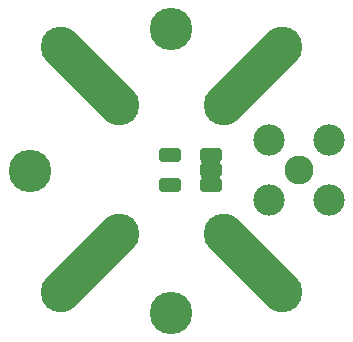
<source format=gbr>
G04 #@! TF.GenerationSoftware,KiCad,Pcbnew,(5.99.0-6591-gee6c8b60ac)*
G04 #@! TF.CreationDate,2020-11-10T06:43:54+01:00*
G04 #@! TF.ProjectId,QFHBAL01,51464842-414c-4303-912e-6b696361645f,rev?*
G04 #@! TF.SameCoordinates,Original*
G04 #@! TF.FileFunction,Soldermask,Top*
G04 #@! TF.FilePolarity,Negative*
%FSLAX46Y46*%
G04 Gerber Fmt 4.6, Leading zero omitted, Abs format (unit mm)*
G04 Created by KiCad (PCBNEW (5.99.0-6591-gee6c8b60ac)) date 2020-11-10 06:43:54*
%MOMM*%
%LPD*%
G01*
G04 APERTURE LIST*
G04 Aperture macros list*
%AMRoundRect*
0 Rectangle with rounded corners*
0 $1 Rounding radius*
0 $2 $3 $4 $5 $6 $7 $8 $9 X,Y pos of 4 corners*
0 Add a 4 corners polygon primitive as box body*
4,1,4,$2,$3,$4,$5,$6,$7,$8,$9,$2,$3,0*
0 Add four circle primitives for the rounded corners*
1,1,$1+$1,$2,$3,0*
1,1,$1+$1,$4,$5,0*
1,1,$1+$1,$6,$7,0*
1,1,$1+$1,$8,$9,0*
0 Add four rect primitives between the rounded corners*
20,1,$1+$1,$2,$3,$4,$5,0*
20,1,$1+$1,$4,$5,$6,$7,0*
20,1,$1+$1,$6,$7,$8,$9,0*
20,1,$1+$1,$8,$9,$2,$3,0*%
%AMHorizOval*
0 Thick line with rounded ends*
0 $1 width*
0 $2 $3 position (X,Y) of the first rounded end (center of the circle)*
0 $4 $5 position (X,Y) of the second rounded end (center of the circle)*
0 Add line between two ends*
20,1,$1,$2,$3,$4,$5,0*
0 Add two circle primitives to create the rounded ends*
1,1,$1,$2,$3,0*
1,1,$1,$4,$5,0*%
G04 Aperture macros list end*
%ADD10C,3.600000*%
%ADD11RoundRect,0.200000X-0.700000X-0.380000X0.700000X-0.380000X0.700000X0.380000X-0.700000X0.380000X0*%
%ADD12C,2.450000*%
%ADD13C,2.650000*%
%ADD14HorizOval,3.400000X-2.474874X2.474874X2.474874X-2.474874X0*%
%ADD15HorizOval,3.400000X-2.474874X-2.474874X2.474874X2.474874X0*%
%ADD16HorizOval,3.400000X2.474874X2.474874X-2.474874X-2.474874X0*%
G04 APERTURE END LIST*
D10*
X138000000Y-90000000D03*
X150000000Y-102000000D03*
D11*
X149885000Y-88630000D03*
X149885000Y-91170000D03*
X153315000Y-91170000D03*
X153315000Y-89900000D03*
X153315000Y-88630000D03*
D12*
X160800000Y-89900000D03*
D13*
X163340000Y-87360000D03*
X163340000Y-92440000D03*
X158260000Y-87360000D03*
X158260000Y-92440000D03*
D14*
X143095837Y-81995837D03*
D10*
X150000000Y-78000000D03*
D14*
X156904163Y-97804163D03*
D15*
X143095837Y-97804163D03*
D16*
X156904163Y-81995837D03*
G36*
X152487100Y-90428050D02*
G01*
X152539242Y-90462891D01*
X152615199Y-90478000D01*
X154014801Y-90478000D01*
X154090758Y-90462891D01*
X154128153Y-90437904D01*
X154130149Y-90437773D01*
X154131260Y-90439436D01*
X154130929Y-90440675D01*
X154093461Y-90496991D01*
X154092364Y-90566128D01*
X154132420Y-90617904D01*
X154132123Y-90620660D01*
X154130968Y-90621629D01*
X154145545Y-90639002D01*
X154145892Y-90640972D01*
X154144360Y-90642258D01*
X154142902Y-90641951D01*
X154090758Y-90607109D01*
X154014801Y-90592000D01*
X152615199Y-90592000D01*
X152539242Y-90607109D01*
X152501849Y-90632095D01*
X152499853Y-90632226D01*
X152498742Y-90630563D01*
X152499073Y-90629324D01*
X152536539Y-90573010D01*
X152537638Y-90503873D01*
X152497580Y-90452096D01*
X152497876Y-90449340D01*
X152499032Y-90448370D01*
X152484457Y-90430999D01*
X152484110Y-90429029D01*
X152485642Y-90427743D01*
X152487100Y-90428050D01*
G37*
G36*
X152487100Y-89158050D02*
G01*
X152539242Y-89192891D01*
X152615199Y-89208000D01*
X154014801Y-89208000D01*
X154090758Y-89192891D01*
X154128153Y-89167904D01*
X154130149Y-89167773D01*
X154131260Y-89169436D01*
X154130929Y-89170675D01*
X154093461Y-89226991D01*
X154092364Y-89296128D01*
X154132420Y-89347904D01*
X154132123Y-89350660D01*
X154130968Y-89351629D01*
X154145545Y-89369002D01*
X154145892Y-89370972D01*
X154144360Y-89372258D01*
X154142902Y-89371951D01*
X154090758Y-89337109D01*
X154014801Y-89322000D01*
X152615199Y-89322000D01*
X152539242Y-89337109D01*
X152501849Y-89362095D01*
X152499853Y-89362226D01*
X152498742Y-89360563D01*
X152499073Y-89359324D01*
X152536539Y-89303010D01*
X152537638Y-89233873D01*
X152497580Y-89182096D01*
X152497876Y-89179340D01*
X152499032Y-89178370D01*
X152484457Y-89160999D01*
X152484110Y-89159029D01*
X152485642Y-89157743D01*
X152487100Y-89158050D01*
G37*
M02*

</source>
